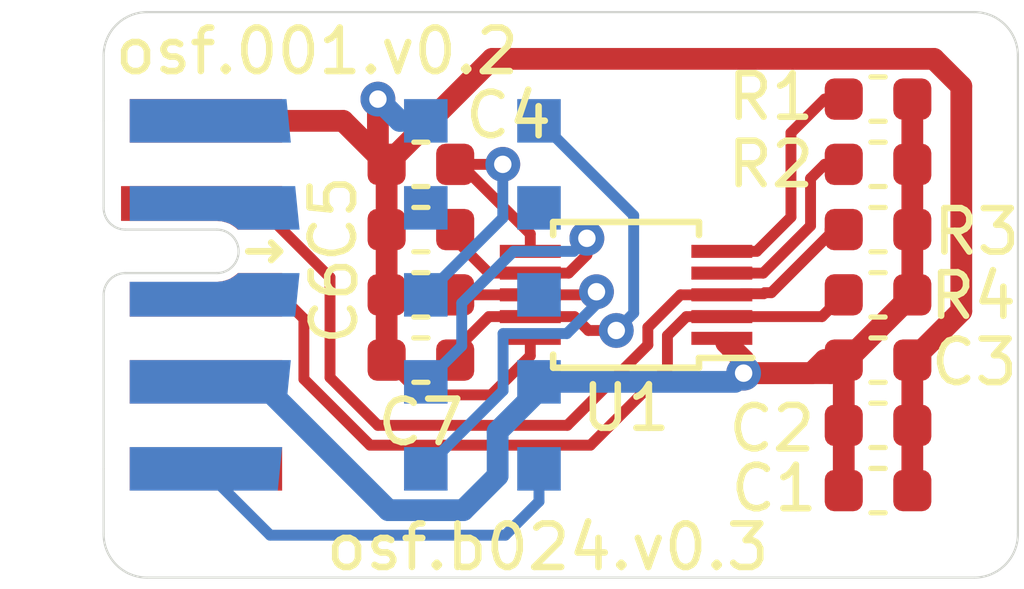
<source format=kicad_pcb>
(kicad_pcb (version 20211014) (generator pcbnew)
  (layers (0 "F.Cu" signal) (31 "B.Cu" signal) (34 "B.Paste" user) (35 "F.Paste" user) (36 "B.SilkS" user "B.Silkscreen") (37 "F.SilkS" user "F.Silkscreen") (38 "B.Mask" user) (39 "F.Mask" user) (44 "Edge.Cuts" user))
  (net 0 "")
  (net 1 "GND")
  (net 2 "VCC")
  (net 3 "Net-(C4-Pad1)")
  (net 4 "Net-(C5-Pad1)")
  (net 5 "Net-(C6-Pad1)")
  (net 6 "Net-(C7-Pad1)")
  (net 7 "Net-(J1-Pad10)")
  (net 9 "Net-(R1-Pad2)")
  (net 10 "Net-(R2-Pad2)")
  (net 11 "Net-(R3-Pad2)")
  (net 12 "Net-(J2-Pad3)")
  (footprint "Capacitor_SMD:C_0603_1608Metric" (layer "F.Cu") (at 147.7875 95)
    (fp_text reference "C1" (at -2.3875 -0.05) (layer "F.SilkS"))
    (fp_text value "100nF")
    (fp_line (start -0.162779 0.51) (end 0.162779 0.51) (layer "F.SilkS") (width 0.12))
    (fp_line (start -0.162779 -0.51) (end 0.162779 -0.51) (layer "F.SilkS") (width 0.12))
    (pad "1" smd roundrect locked (at -0.7875 0) (size 0.875 0.95) (layers "F.Cu" "F.Paste" "F.Mask") (net 2 "VCC"))
    (pad "2" smd roundrect locked (at 0.7875 0) (size 0.875 0.95) (layers "F.Cu" "F.Paste" "F.Mask") (net 1 "GND"))
  )
  (footprint "Capacitor_SMD:C_0603_1608Metric" (layer "F.Cu") (at 147.7875 93.5)
    (fp_text reference "C2" (at -2.4375 0.075) (layer "F.SilkS"))
    (fp_text value "10nF")
    (fp_line (start -0.162779 -0.51) (end 0.162779 -0.51) (layer "F.SilkS") (width 0.12))
    (fp_line (start -0.162779 0.51) (end 0.162779 0.51) (layer "F.SilkS") (width 0.12))
    (pad "1" smd roundrect locked (at -0.7875 0) (size 0.875 0.95) (layers "F.Cu" "F.Paste" "F.Mask") (net 2 "VCC"))
    (pad "2" smd roundrect locked (at 0.7875 0) (size 0.875 0.95) (layers "F.Cu" "F.Paste" "F.Mask") (net 1 "GND"))
  )
  (footprint "Capacitor_SMD:C_0603_1608Metric" (layer "F.Cu") (at 147.7875 92)
    (fp_text reference "C3" (at 2.2125 0.05 180) (layer "F.SilkS"))
    (fp_text value "1nF")
    (fp_line (start -0.162779 0.51) (end 0.162779 0.51) (layer "F.SilkS") (width 0.12))
    (fp_line (start -0.162779 -0.51) (end 0.162779 -0.51) (layer "F.SilkS") (width 0.12))
    (pad "1" smd roundrect locked (at -0.7875 0) (size 0.875 0.95) (layers "F.Cu" "F.Paste" "F.Mask") (net 2 "VCC"))
    (pad "2" smd roundrect locked (at 0.7875 0) (size 0.875 0.95) (layers "F.Cu" "F.Paste" "F.Mask") (net 1 "GND"))
  )
  (footprint "on_edge:on_edge_2x05_down_device" (layer "F.Cu") (at 138.5 90.5 -90)
    (fp_text reference "J1")
    (fp_text value "007_ADC_2x5")
    (pad "1" smd rect (at -4 1.1 90) (size 1 1) (layers "B.Cu" "B.Mask") (net 1 "GND"))
    (pad "2" smd rect (at -2 1.1 90) (size 1 1) (layers "B.Cu" "B.Mask"))
    (pad "3" smd rect (at 0 1.1 90) (size 1 1) (layers "B.Cu" "B.Mask") (net 3 "Net-(C4-Pad1)"))
    (pad "4" smd rect (at 2 1.1 90) (size 1 1) (layers "B.Cu" "B.Mask") (net 4 "Net-(C5-Pad1)"))
    (pad "5" smd rect (at 4 1.1 90) (size 1 1) (layers "B.Cu" "B.Mask") (net 5 "Net-(C6-Pad1)"))
    (pad "6" smd rect (at -4 -1.5 270) (size 1 1) (layers "B.Cu" "B.Mask") (net 6 "Net-(C7-Pad1)"))
    (pad "7" smd rect (at -2 -1.5 270) (size 1 1) (layers "B.Cu" "B.Mask"))
    (pad "8" smd rect (at 0 -1.5 270) (size 1 1) (layers "B.Cu" "B.Mask"))
    (pad "9" smd rect (at 2 -1.5 270) (size 1 1) (layers "B.Cu" "B.Mask") (net 2 "VCC"))
    (pad "10" smd rect (at 4 -1.5 270) (size 1 1) (layers "B.Cu" "B.Mask") (net 7 "Net-(J1-Pad10)"))
  )
  (footprint "Capacitor_SMD:C_0603_1608Metric" (layer "F.Cu") (at 137.2875 87.5 180)
    (fp_text reference "C4" (at -2.0125 1.125) (layer "F.SilkS"))
    (fp_text value "1nF")
    (fp_line (start -0.162779 -0.51) (end 0.162779 -0.51) (layer "F.SilkS") (width 0.12))
    (fp_line (start -0.162779 0.51) (end 0.162779 0.51) (layer "F.SilkS") (width 0.12))
    (pad "1" smd roundrect locked (at -0.7875 0 180) (size 0.875 0.95) (layers "F.Cu" "F.Paste" "F.Mask") (net 3 "Net-(C4-Pad1)"))
    (pad "2" smd roundrect locked (at 0.7875 0 180) (size 0.875 0.95) (layers "F.Cu" "F.Paste" "F.Mask") (net 1 "GND"))
  )
  (footprint "Capacitor_SMD:C_0603_1608Metric" (layer "F.Cu") (at 137.2875 89 180)
    (fp_text reference "C5" (at 2.0125 0.25 90) (layer "F.SilkS"))
    (fp_text value "1nF")
    (fp_line (start -0.162779 -0.51) (end 0.162779 -0.51) (layer "F.SilkS") (width 0.12))
    (fp_line (start -0.162779 0.51) (end 0.162779 0.51) (layer "F.SilkS") (width 0.12))
    (pad "1" smd roundrect locked (at -0.7875 0 180) (size 0.875 0.95) (layers "F.Cu" "F.Paste" "F.Mask") (net 4 "Net-(C5-Pad1)"))
    (pad "2" smd roundrect locked (at 0.7875 0 180) (size 0.875 0.95) (layers "F.Cu" "F.Paste" "F.Mask") (net 1 "GND"))
  )
  (footprint "Capacitor_SMD:C_0603_1608Metric" (layer "F.Cu") (at 137.2875 90.5 180)
    (fp_text reference "C6" (at 1.9875 -0.15 90) (layer "F.SilkS"))
    (fp_text value "1nF")
    (fp_line (start -0.162779 -0.51) (end 0.162779 -0.51) (layer "F.SilkS") (width 0.12))
    (fp_line (start -0.162779 0.51) (end 0.162779 0.51) (layer "F.SilkS") (width 0.12))
    (pad "1" smd roundrect locked (at -0.7875 0 180) (size 0.875 0.95) (layers "F.Cu" "F.Paste" "F.Mask") (net 5 "Net-(C6-Pad1)"))
    (pad "2" smd roundrect locked (at 0.7875 0 180) (size 0.875 0.95) (layers "F.Cu" "F.Paste" "F.Mask") (net 1 "GND"))
  )
  (footprint "Capacitor_SMD:C_0603_1608Metric" (layer "F.Cu") (at 137.2875 92 180)
    (fp_text reference "C7" (at 0 -1.43) (layer "F.SilkS"))
    (fp_text value "1nF")
    (fp_line (start -0.162779 -0.51) (end 0.162779 -0.51) (layer "F.SilkS") (width 0.12))
    (fp_line (start -0.162779 0.51) (end 0.162779 0.51) (layer "F.SilkS") (width 0.12))
    (pad "1" smd roundrect locked (at -0.7875 0 180) (size 0.875 0.95) (layers "F.Cu" "F.Paste" "F.Mask") (net 6 "Net-(C7-Pad1)"))
    (pad "2" smd roundrect locked (at 0.7875 0 180) (size 0.875 0.95) (layers "F.Cu" "F.Paste" "F.Mask") (net 1 "GND"))
  )
  (footprint "on_edge:on_edge_2x05_device" (layer "F.Cu") (at 130 90.5 -90)
    (fp_text reference "J2")
    (fp_text value "001_I2C_2x5")
    (fp_line (start -1 -4.05) (end -1 -3.323) (layer "F.SilkS") (width 0.153))
    (fp_line (start -1 -4.05) (end -0.8 -3.85) (layer "F.SilkS") (width 0.153))
    (fp_line (start -1.2 -3.85) (end -1 -4.05) (layer "F.SilkS") (width 0.153))
    (fp_line (start -0.5 -0.5) (end -0.5 -2.6) (layer "Edge.Cuts") (width 0.05))
    (fp_line (start -4 0) (end -2 0) (layer "Edge.Cuts") (width 0.05))
    (fp_line (start -1.5 -2.6) (end -1.5 -0.5) (layer "Edge.Cuts") (width 0.05))
    (fp_line (start 0 0) (end 4 0) (layer "Edge.Cuts") (width 0.05))
    (fp_arc (start 0 0) (mid -0.353553 -0.146447) (end -0.5 -0.5) (layer "Edge.Cuts") (width 0.05))
    (fp_arc (start -1.5 -0.5) (mid -1.646447 -0.146447) (end -2 0) (layer "Edge.Cuts") (width 0.05))
    (fp_arc (start -1.5 -2.6) (mid -1 -3.1) (end -0.5 -2.6) (layer "Edge.Cuts") (width 0.05))
    (pad "1" smd rect locked (at -4 -2.35 90) (size 1 3.5) (layers "F.Cu" "F.Mask") (net 1 "GND"))
    (pad "2" smd custom locked (at -2 -3.6 270) (size 1 1) (layers "F.Cu" "F.Mask") (net 11 "Net-(R3-Pad2)") (options (clearance outline) (anchor rect)) (primitives (gr_poly (pts (xy 0.3 1) (xy 0.31 0.89) (xy 0.33 0.81) (xy 0.35 0.75) (xy 0.37 0.7) (xy 0.4 0.65) (xy 0.44 0.59) (xy 0.48 0.54) (xy 0.5 0.52) (xy 0.5 -0.5) (xy -0.5 -0.5) (xy -0.5 3.2) (xy 0.3 3.2)) (width 0) (fill yes))))
    (pad "3" smd custom locked (at 0 -3.6 270) (size 1 1) (layers "F.Cu" "F.Mask") (net 12 "Net-(J2-Pad3)") (options (clearance outline) (anchor rect)) (primitives (gr_poly (pts (xy -0.3 1) (xy -0.31 0.89) (xy -0.33 0.81) (xy -0.35 0.75) (xy -0.37 0.7) (xy -0.4 0.65) (xy -0.44 0.59) (xy -0.48 0.54) (xy -0.5 0.52) (xy -0.5 -0.5) (xy 0.5 -0.5) (xy 0.5 3) (xy -0.3 3)) (width 0) (fill yes))))
    (pad "4" smd rect locked (at 2 -2.35 90) (size 1 3.5) (layers "F.Cu" "F.Mask"))
    (pad "5" smd rect locked (at 4 -2.35 90) (size 1 3.5) (layers "F.Cu" "F.Mask"))
    (pad "6" smd custom locked (at -4 -2.4 270) (size 1 3.6) (layers "B.Cu" "B.Mask") (options (clearance outline) (anchor rect)) (primitives (gr_poly (pts (xy 0.5 -1.8) (xy 0.5 -1.9) (xy -0.5 -1.8)) (width 0) (fill yes))))
    (pad "7" smd custom locked (at -2 -2.1 270) (size 0.4 0.4) (layers "B.Cu" "B.Mask") (options (clearance outline) (anchor rect)) (primitives (gr_poly (pts (xy 0.3 -0.51) (xy 0.31 -0.62) (xy 0.33 -0.7) (xy 0.35 -0.76) (xy 0.37 -0.81) (xy 0.4 -0.86) (xy 0.44 -0.92) (xy 0.48 -0.97) (xy 0.5 -0.99) (xy 0.5 -2.4) (xy -0.5 -2.3) (xy -0.5 1.5) (xy 0.3 1.5)) (width 0) (fill yes))))
    (pad "8" smd custom locked (at 0 -2.1 270) (size 0.4 0.4) (layers "B.Cu" "B.Mask") (options (clearance outline) (anchor rect)) (primitives (gr_poly (pts (xy -0.3 -0.51) (xy -0.31 -0.62) (xy -0.33 -0.7) (xy -0.35 -0.76) (xy -0.37 -0.81) (xy -0.4 -0.86) (xy -0.44 -0.92) (xy -0.48 -0.97) (xy -0.5 -0.99) (xy -0.5 -2.4) (xy 0.5 -2.3) (xy 0.5 1.5) (xy -0.3 1.5)) (width 0) (fill yes))))
    (pad "9" smd custom locked (at 2 -2.4 270) (size 1 3.6) (layers "B.Cu" "B.Mask") (net 2 "VCC") (options (clearance outline) (anchor rect)) (primitives (gr_poly (pts (xy -0.5 -1.8) (xy -0.5 -1.9) (xy 0.5 -1.8)) (width 0) (fill yes))))
    (pad "10" smd custom locked (at 4 -2.3 270) (size 1 3.4) (layers "B.Cu" "B.Mask") (net 7 "Net-(J1-Pad10)") (options (clearance outline) (anchor rect)) (primitives (gr_poly (pts (xy -0.5 -1.7) (xy -0.5 -1.8) (xy 0.5 -1.7)) (width 0) (fill yes))))
  )
  (footprint "Resistor_SMD:R_0603_1608Metric" (layer "F.Cu") (at 147.7875 86 180)
    (fp_text reference "R1" (at 2.4625 0.05) (layer "F.SilkS"))
    (fp_text value "5k")
    (fp_line (start -0.162779 -0.51) (end 0.162779 -0.51) (layer "F.SilkS") (width 0.12))
    (fp_line (start -0.162779 0.51) (end 0.162779 0.51) (layer "F.SilkS") (width 0.12))
    (pad "1" smd roundrect locked (at -0.7875 0 180) (size 0.875 0.95) (layers "F.Cu" "F.Paste" "F.Mask") (net 2 "VCC"))
    (pad "2" smd roundrect locked (at 0.7875 0 180) (size 0.875 0.95) (layers "F.Cu" "F.Paste" "F.Mask") (net 9 "Net-(R1-Pad2)"))
  )
  (footprint "Resistor_SMD:R_0603_1608Metric" (layer "F.Cu") (at 147.7875 87.5 180)
    (fp_text reference "R2" (at 2.4625 0) (layer "F.SilkS"))
    (fp_text value "5k")
    (fp_line (start -0.162779 -0.51) (end 0.162779 -0.51) (layer "F.SilkS") (width 0.12))
    (fp_line (start -0.162779 0.51) (end 0.162779 0.51) (layer "F.SilkS") (width 0.12))
    (pad "1" smd roundrect locked (at -0.7875 0 180) (size 0.875 0.95) (layers "F.Cu" "F.Paste" "F.Mask") (net 2 "VCC"))
    (pad "2" smd roundrect locked (at 0.7875 0 180) (size 0.875 0.95) (layers "F.Cu" "F.Paste" "F.Mask") (net 10 "Net-(R2-Pad2)"))
  )
  (footprint "Resistor_SMD:R_0603_1608Metric" (layer "F.Cu") (at 147.7875 89 180)
    (fp_text reference "R3" (at -2.2625 -0.05 180) (layer "F.SilkS"))
    (fp_text value "5k")
    (fp_line (start -0.162779 0.51) (end 0.162779 0.51) (layer "F.SilkS") (width 0.12))
    (fp_line (start -0.162779 -0.51) (end 0.162779 -0.51) (layer "F.SilkS") (width 0.12))
    (pad "1" smd roundrect locked (at -0.7875 0 180) (size 0.875 0.95) (layers "F.Cu" "F.Paste" "F.Mask") (net 2 "VCC"))
    (pad "2" smd roundrect locked (at 0.7875 0 180) (size 0.875 0.95) (layers "F.Cu" "F.Paste" "F.Mask") (net 11 "Net-(R3-Pad2)"))
  )
  (footprint "Resistor_SMD:R_0603_1608Metric" (layer "F.Cu") (at 147.7875 90.5 180)
    (fp_text reference "R4" (at -2.1875 -0.025) (layer "F.SilkS"))
    (fp_text value "5k")
    (fp_line (start -0.162779 -0.51) (end 0.162779 -0.51) (layer "F.SilkS") (width 0.12))
    (fp_line (start -0.162779 0.51) (end 0.162779 0.51) (layer "F.SilkS") (width 0.12))
    (pad "1" smd roundrect locked (at -0.7875 0 180) (size 0.875 0.95) (layers "F.Cu" "F.Paste" "F.Mask") (net 2 "VCC"))
    (pad "2" smd roundrect locked (at 0.7875 0 180) (size 0.875 0.95) (layers "F.Cu" "F.Paste" "F.Mask") (net 12 "Net-(J2-Pad3)"))
  )
  (footprint "Package_SO:MSOP-10_3x3mm_P0.5mm" (layer "F.Cu") (at 142 90.5 180)
    (fp_text reference "U1" (at 0 -2.6) (layer "F.SilkS"))
    (fp_text value "MCP4728")
    (fp_line (start -1.675 -1.675) (end -1.675 -1.45) (layer "F.SilkS") (width 0.15))
    (fp_line (start 1.675 1.675) (end 1.675 1.375) (layer "F.SilkS") (width 0.15))
    (fp_line (start -1.675 1.675) (end -1.675 1.375) (layer "F.SilkS") (width 0.15))
    (fp_line (start 1.675 -1.675) (end 1.675 -1.375) (layer "F.SilkS") (width 0.15))
    (fp_line (start -1.675 -1.675) (end 1.675 -1.675) (layer "F.SilkS") (width 0.15))
    (fp_line (start -1.675 1.675) (end 1.675 1.675) (layer "F.SilkS") (width 0.15))
    (fp_line (start -1.675 -1.45) (end -2.9 -1.45) (layer "F.SilkS") (width 0.15))
    (pad "1" smd rect locked (at -2.2 -1 180) (size 1.4 0.3) (layers "F.Cu" "F.Paste" "F.Mask") (net 2 "VCC"))
    (pad "2" smd rect locked (at -2.2 -0.5 180) (size 1.4 0.3) (layers "F.Cu" "F.Paste" "F.Mask") (net 12 "Net-(J2-Pad3)"))
    (pad "3" smd rect locked (at -2.2 0 180) (size 1.4 0.3) (layers "F.Cu" "F.Paste" "F.Mask") (net 11 "Net-(R3-Pad2)"))
    (pad "4" smd rect locked (at -2.2 0.5 180) (size 1.4 0.3) (layers "F.Cu" "F.Paste" "F.Mask") (net 10 "Net-(R2-Pad2)"))
    (pad "5" smd rect locked (at -2.2 1 180) (size 1.4 0.3) (layers "F.Cu" "F.Paste" "F.Mask") (net 9 "Net-(R1-Pad2)"))
    (pad "6" smd rect locked (at 2.2 1 180) (size 1.4 0.3) (layers "F.Cu" "F.Paste" "F.Mask") (net 3 "Net-(C4-Pad1)"))
    (pad "7" smd rect locked (at 2.2 0.5 180) (size 1.4 0.3) (layers "F.Cu" "F.Paste" "F.Mask") (net 4 "Net-(C5-Pad1)"))
    (pad "8" smd rect locked (at 2.2 0 180) (size 1.4 0.3) (layers "F.Cu" "F.Paste" "F.Mask") (net 5 "Net-(C6-Pad1)"))
    (pad "9" smd rect locked (at 2.2 -0.5 180) (size 1.4 0.3) (layers "F.Cu" "F.Paste" "F.Mask") (net 6 "Net-(C7-Pad1)"))
    (pad "10" smd rect locked (at 2.2 -1 180) (size 1.4 0.3) (layers "F.Cu" "F.Paste" "F.Mask") (net 1 "GND"))
  )
  (gr_line (start 151 96) (end 151 85) (layer "Edge.Cuts") (width 0.05))
  (gr_line (start 130 86.5) (end 130 85) (layer "Edge.Cuts") (width 0.05))
  (gr_line (start 150 97) (end 131 97) (layer "Edge.Cuts") (width 0.05))
  (gr_arc (start 131 97) (mid 130.292893 96.707107) (end 130 96) (layer "Edge.Cuts") (width 0.05))
  (gr_arc (start 150 84) (mid 150.707107 84.292893) (end 151 85) (layer "Edge.Cuts") (width 0.05))
  (gr_line (start 131 84) (end 150 84) (layer "Edge.Cuts") (width 0.05))
  (gr_arc (start 130 85) (mid 130.292893 84.292893) (end 131 84) (layer "Edge.Cuts") (width 0.05))
  (gr_line (start 130 96) (end 130 94.5) (layer "Edge.Cuts") (width 0.05))
  (gr_arc (start 151 96) (mid 150.707107 96.707107) (end 150 97) (layer "Edge.Cuts") (width 0.05))
  (gr_text "osf.b024.v0.3" (at 140.2 96.3) (layer "F.SilkS") (effects (font (size 1 1))))
  (gr_text "osf.001.v0.2" (at 134.9 84.9) (layer "F.SilkS") (effects (font (size 1 1))))
  (segment (start 138.89999 92.80001) (end 137.30001 92.80001) (width 0.25) (layer "F.Cu") (net 1))
  (segment (start 136.5 92) (end 136.5 87.5) (width 0.5) (layer "F.Cu") (net 1))
  (segment (start 148.575 95) (end 148.575 92) (width 0.5) (layer "F.Cu") (net 1))
  (segment (start 149.7 90.875) (end 148.575 92) (width 0.5) (layer "F.Cu") (net 1))
  (segment (start 135.5 86.5) (end 136.5 87.5) (width 0.5) (layer "F.Cu") (net 1))
  (segment (start 136.3 86) (end 136.3 87.3) (width 0.5) (layer "F.Cu") (net 1))
  (segment (start 139.8 91.9) (end 138.89999 92.80001) (width 0.25) (layer "F.Cu") (net 1))
  (segment (start 139.8 91.5) (end 139.8 91.9) (width 0.25) (layer "F.Cu") (net 1))
  (segment (start 149.070762 85.07499) (end 149.7 85.704228) (width 0.5) (layer "F.Cu") (net 1))
  (segment (start 132.35 86.5) (end 135.5 86.5) (width 0.5) (layer "F.Cu") (net 1))
  (segment (start 138.92501 85.07499) (end 149.070762 85.07499) (width 0.5) (layer "F.Cu") (net 1))
  (segment (start 149.7 85.704228) (end 149.7 90.875) (width 0.5) (layer "F.Cu") (net 1))
  (segment (start 137.30001 92.80001) (end 136.5 92) (width 0.25) (layer "F.Cu") (net 1))
  (segment (start 136.3 87.3) (end 136.5 87.5) (width 0.5) (layer "F.Cu") (net 1))
  (segment (start 136.5 87.5) (end 138.92501 85.07499) (width 0.5) (layer "F.Cu") (net 1))
  (via (at 136.3 86) (size 0.8) (drill 0.4) (layers "F.Cu" "B.Cu") (net 1))
  (segment (start 136.8 86.5) (end 136.3 86) (width 0.5) (layer "B.Cu") (net 1))
  (segment (start 137.4 86.5) (end 136.8 86.5) (width 0.5) (layer "B.Cu") (net 1))
  (segment (start 145 92.3) (end 146.7 92.3) (width 0.25) (layer "F.Cu") (net 2))
  (segment (start 144.4 91.7) (end 144.300001 91.600001) (width 0.5) (layer "F.Cu") (net 2))
  (segment (start 144.4 91.7) (end 145 92.3) (width 0.25) (layer "F.Cu") (net 2))
  (segment (start 146.2625 92.3) (end 145 92.3) (width 0.5) (layer "F.Cu") (net 2))
  (segment (start 144.2 91.5) (end 144.4 91.7) (width 0.25) (layer "F.Cu") (net 2))
  (segment (start 146.7 92.3) (end 147 92) (width 0.5) (layer "F.Cu") (net 2))
  (segment (start 144.7 92) (end 144.4 91.7) (width 0.5) (layer "F.Cu") (net 2))
  (segment (start 147 92) (end 146.5625 92) (width 0.5) (layer "F.Cu") (net 2))
  (segment (start 147 92) (end 147.075 92) (width 0.5) (layer "F.Cu") (net 2))
  (segment (start 144.7 92.3) (end 146.7 92.3) (width 0.5) (layer "F.Cu") (net 2))
  (segment (start 146.5625 92) (end 146.2625 92.3) (width 0.5) (layer "F.Cu") (net 2))
  (segment (start 147.075 92) (end 148.575 90.5) (width 0.5) (layer "F.Cu") (net 2))
  (segment (start 144.7 92.3) (end 144.7 92) (width 0.5) (layer "F.Cu") (net 2))
  (segment (start 147 95) (end 147 92) (width 0.5) (layer "F.Cu") (net 2))
  (segment (start 148.575 90.5) (end 148.575 86) (width 0.5) (layer "F.Cu") (net 2))
  (via (at 144.7 92.3) (size 0.8) (drill 0.4) (layers "F.Cu" "B.Cu") (net 2))
  (segment (start 140 92.689998) (end 140 92.5) (width 0.5) (layer "B.Cu") (net 2))
  (segment (start 139.049999 94.660003) (end 139.049999 93.639999) (width 0.5) (layer "B.Cu") (net 2))
  (segment (start 133.589998 92.5) (end 136.539999 95.450001) (width 0.5) (layer "B.Cu") (net 2))
  (segment (start 144.5 92.5) (end 144.7 92.3) (width 0.5) (layer "B.Cu") (net 2))
  (segment (start 132.4 92.5) (end 133.589998 92.5) (width 0.5) (layer "B.Cu") (net 2))
  (segment (start 138.260001 95.450001) (end 139.049999 94.660003) (width 0.5) (layer "B.Cu") (net 2))
  (segment (start 136.539999 95.450001) (end 138.260001 95.450001) (width 0.5) (layer "B.Cu") (net 2))
  (segment (start 139.049999 93.639999) (end 140 92.689998) (width 0.5) (layer "B.Cu") (net 2))
  (segment (start 140 92.5) (end 144.5 92.5) (width 0.5) (layer "B.Cu") (net 2))
  (segment (start 138.075001 87.500001) (end 138.075 87.5) (width 0.25) (layer "F.Cu") (net 3))
  (segment (start 139.8 89.1) (end 138.2 87.5) (width 0.25) (layer "F.Cu") (net 3))
  (segment (start 139.8 89.5) (end 139.8 89.1) (width 0.25) (layer "F.Cu") (net 3))
  (segment (start 139.168336 87.500001) (end 138.075001 87.500001) (width 0.25) (layer "F.Cu") (net 3))
  (segment (start 138.2 87.5) (end 138.075 87.5) (width 0.25) (layer "F.Cu") (net 3))
  (via (at 139.168336 87.500001) (size 0.8) (drill 0.4) (layers "F.Cu" "B.Cu") (net 3))
  (segment (start 137.4 90.5) (end 139.168336 88.731664) (width 0.25) (layer "B.Cu") (net 3))
  (segment (start 139.168336 88.731664) (end 139.168336 87.500001) (width 0.25) (layer "B.Cu") (net 3))
  (segment (start 138.85 90) (end 138.075 89.225) (width 0.25) (layer "F.Cu") (net 4))
  (segment (start 139.8 90) (end 138.85 90) (width 0.25) (layer "F.Cu") (net 4))
  (segment (start 141.1 89.2) (end 141.1 89.580885) (width 0.25) (layer "F.Cu") (net 4))
  (segment (start 141.1 89.580885) (end 140.680885 90) (width 0.25) (layer "F.Cu") (net 4))
  (segment (start 140.680885 90) (end 139.8 90) (width 0.25) (layer "F.Cu") (net 4))
  (segment (start 138.075 89.225) (end 138.075 89) (width 0.25) (layer "F.Cu") (net 4))
  (via (at 141.1 89.2) (size 0.8) (drill 0.4) (layers "F.Cu" "B.Cu") (net 4))
  (segment (start 140.8 89.5) (end 141.1 89.2) (width 0.25) (layer "B.Cu") (net 4))
  (segment (start 138.225001 90.689997) (end 139.414998 89.5) (width 0.25) (layer "B.Cu") (net 4))
  (segment (start 137.4 92.5) (end 138.225001 91.674999) (width 0.25) (layer "B.Cu") (net 4))
  (segment (start 138.225001 91.674999) (end 138.225001 90.689997) (width 0.25) (layer "B.Cu") (net 4))
  (segment (start 139.414998 89.5) (end 140.8 89.5) (width 0.25) (layer "B.Cu") (net 4))
  (segment (start 139.8 90.5) (end 138.075 90.5) (width 0.25) (layer "F.Cu") (net 5))
  (segment (start 141.248705 90.5) (end 141.320084 90.428621) (width 0.25) (layer "F.Cu") (net 5))
  (segment (start 139.8 90.5) (end 141.248705 90.5) (width 0.25) (layer "F.Cu") (net 5))
  (via (at 141.320084 90.428621) (size 0.8) (drill 0.4) (layers "F.Cu" "B.Cu") (net 5))
  (segment (start 139.174999 92.701811) (end 139.174999 91.390001) (width 0.25) (layer "B.Cu") (net 5))
  (segment (start 141.320084 90.710126) (end 141.320084 90.428621) (width 0.25) (layer "B.Cu") (net 5))
  (segment (start 137.4 94.5) (end 137.4 94.47681) (width 0.25) (layer "B.Cu") (net 5))
  (segment (start 137.4 94.47681) (end 139.174999 92.701811) (width 0.25) (layer "B.Cu") (net 5))
  (segment (start 140.640209 91.390001) (end 141.320084 90.710126) (width 0.25) (layer "B.Cu") (net 5))
  (segment (start 139.174999 91.390001) (end 140.640209 91.390001) (width 0.25) (layer "B.Cu") (net 5))
  (segment (start 138.075 92) (end 138.075 91.775) (width 0.25) (layer "F.Cu") (net 6))
  (segment (start 139.8 91) (end 140.814764 91) (width 0.25) (layer "F.Cu") (net 6))
  (segment (start 141.133938 91.319174) (end 141.77499 91.319174) (width 0.25) (layer "F.Cu") (net 6))
  (segment (start 138.85 91) (end 139.8 91) (width 0.25) (layer "F.Cu") (net 6))
  (segment (start 138.075 91.775) (end 138.85 91) (width 0.25) (layer "F.Cu") (net 6))
  (segment (start 140.814764 91) (end 141.133938 91.319174) (width 0.25) (layer "F.Cu") (net 6))
  (via (at 141.77499 91.319174) (size 0.8) (drill 0.4) (layers "F.Cu" "B.Cu") (net 6))
  (segment (start 142.174989 90.919175) (end 141.77499 91.319174) (width 0.25) (layer "B.Cu") (net 6))
  (segment (start 140 86.5) (end 142.174989 88.674989) (width 0.25) (layer "B.Cu") (net 6))
  (segment (start 142.174989 88.674989) (end 142.174989 90.919175) (width 0.25) (layer "B.Cu") (net 6))
  (segment (start 139.224988 96.025012) (end 133.825011 96.025011) (width 0.25) (layer "B.Cu") (net 7))
  (segment (start 140 94.5) (end 140 95.25) (width 0.25) (layer "B.Cu") (net 7))
  (segment (start 133.825011 96.025011) (end 132.3 94.5) (width 0.25) (layer "B.Cu") (net 7))
  (segment (start 140 95.25) (end 139.224988 96.025012) (width 0.25) (layer "B.Cu") (net 7))
  (segment (start 145.787479 86.775021) (end 146.5625 86) (width 0.25) (layer "F.Cu") (net 9))
  (segment (start 146.5625 86) (end 147 86) (width 0.25) (layer "F.Cu") (net 9))
  (segment (start 145.787479 88.712521) (end 145.787479 86.775021) (width 0.25) (layer "F.Cu") (net 9))
  (segment (start 144.2 89.5) (end 145 89.5) (width 0.25) (layer "F.Cu") (net 9))
  (segment (start 145 89.5) (end 145.787479 88.712521) (width 0.25) (layer "F.Cu") (net 9))
  (segment (start 146.23749 87.82501) (end 146.5625 87.5) (width 0.25) (layer "F.Cu") (net 10))
  (segment (start 144.2 90) (end 145.15 90) (width 0.25) (layer "F.Cu") (net 10))
  (segment (start 145.15 90) (end 146.23749 88.91251) (width 0.25) (layer "F.Cu") (net 10))
  (segment (start 146.5625 87.5) (end 147 87.5) (width 0.25) (layer "F.Cu") (net 10))
  (segment (start 146.23749 88.91251) (end 146.23749 87.82501) (width 0.25) (layer "F.Cu") (net 10))
  (segment (start 147 89) (end 146.6875 89) (width 0.25) (layer "F.Cu") (net 11))
  (segment (start 146.687499 89.098911) (end 145.3364 90.45001) (width 0.25) (layer "F.Cu") (net 11))
  (segment (start 143.25 90.5) (end 142.5 91.25) (width 0.25) (layer "F.Cu") (net 11))
  (segment (start 145.3364 90.45001) (end 145.184992 90.45001) (width 0.25) (layer "F.Cu") (net 11))
  (segment (start 145.160001 90.475001) (end 144.65001 90.475001) (width 0.25) (layer "F.Cu") (net 11))
  (segment (start 146.6875 89) (end 146.687499 89.098911) (width 0.25) (layer "F.Cu") (net 11))
  (segment (start 135.2 92.4) (end 135.2 90.1) (width 0.25) (layer "F.Cu") (net 11))
  (segment (start 135.2 90.1) (end 133.6 88.5) (width 0.25) (layer "F.Cu") (net 11))
  (segment (start 140.650318 93.5) (end 136.3 93.5) (width 0.25) (layer "F.Cu") (net 11))
  (segment (start 142.5 91.650318) (end 140.650318 93.5) (width 0.25) (layer "F.Cu") (net 11))
  (segment (start 144.2 90.5) (end 143.25 90.5) (width 0.25) (layer "F.Cu") (net 11))
  (segment (start 142.5 91.25) (end 142.5 91.650318) (width 0.25) (layer "F.Cu") (net 11))
  (segment (start 136.3 93.5) (end 135.2 92.4) (width 0.25) (layer "F.Cu") (net 11))
  (segment (start 145.184992 90.45001) (end 145.160001 90.475001) (width 0.25) (layer "F.Cu") (net 11))
  (segment (start 134.05 90.5) (end 134.6 91.05) (width 0.25) (layer "F.Cu") (net 12))
  (segment (start 142.950011 92.1864) (end 141.180706 93.955706) (width 0.25) (layer "F.Cu") (net 12))
  (segment (start 144.2 91) (end 146.5 91) (width 0.25) (layer "F.Cu") (net 12))
  (segment (start 134.6 92.435718) (end 136.119988 93.955706) (width 0.25) (layer "F.Cu") (net 12))
  (segment (start 136.119988 93.955706) (end 141.180706 93.955706) (width 0.25) (layer "F.Cu") (net 12))
  (segment (start 143.38641 91) (end 142.950011 91.436399) (width 0.25) (layer "F.Cu") (net 12))
  (segment (start 134.6 91.05) (end 134.6 92.435718) (width 0.25) (layer "F.Cu") (net 12))
  (segment (start 142.950011 91.436399) (end 142.950011 92.1864) (width 0.25) (layer "F.Cu") (net 12))
  (segment (start 146.5 91) (end 147 90.5) (width 0.25) (layer "F.Cu") (net 12))
  (segment (start 144.2 91) (end 143.38641 91) (width 0.25) (layer "F.Cu") (net 12))
  (segment (start 133.6 90.5) (end 134.05 90.5) (width 0.25) (layer "F.Cu") (net 12))
)
</source>
